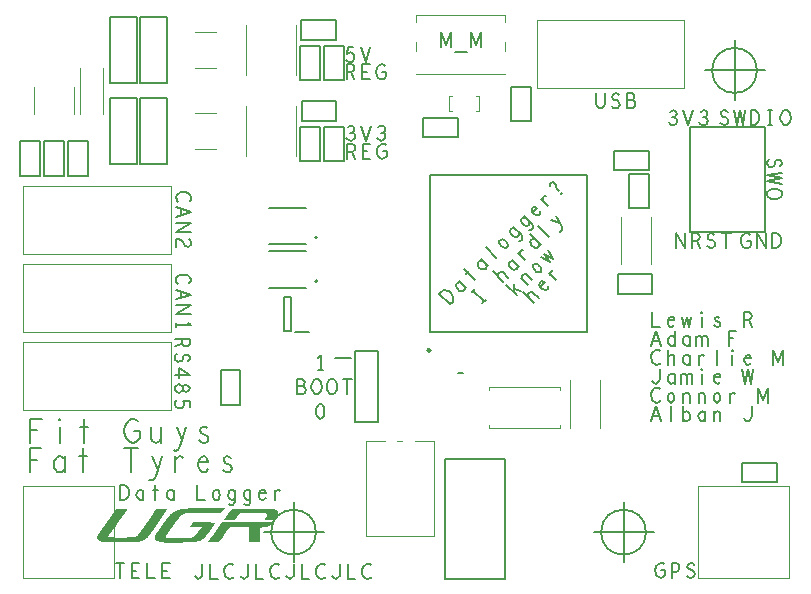
<source format=gto>
G04 ================== begin FILE IDENTIFICATION RECORD ==================*
G04 Layout Name:  C:/Users/adamf/Desktop/TDP4/PCB_fix_silkscreen/datalogger.brd*
G04 Film Name:    TOP_SILKSCREEN*
G04 File Format:  Gerber RS274X*
G04 File Origin:  Cadence Allegro -unreleased*
G04 Origin Date:  Tue Mar 23 20:19:09 2021*
G04 *
G04 Layer:  USER PART NUMBER/SILKSCREEN_TOP*
G04 Layer:  TOLERANCE/SILKSCREEN_TOP*
G04 Layer:  REF DES/SILKSCREEN_TOP*
G04 Layer:  PACKAGE GEOMETRY/SILKSCREEN_TOP*
G04 Layer:  DEVICE TYPE/SILKSCREEN_TOP*
G04 Layer:  COMPONENT VALUE/SILKSCREEN_TOP*
G04 Layer:  BOARD GEOMETRY/SILKSCREEN_TOP*
G04 *
G04 Offset:    (0.00 0.00)*
G04 Mirror:    No*
G04 Mode:      Positive*
G04 Rotation:  0*
G04 FullContactRelief:  No*
G04 UndefLineWidth:     6.00*
G04 ================== end FILE IDENTIFICATION RECORD ====================*
%FSLAX25Y25*MOIN*%
%IR0*IPPOS*OFA0.00000B0.00000*MIA0B0*SFA1.00000B1.00000*%
%ADD10C,.005*%
%ADD11C,.006*%
%ADD12C,.00472*%
%ADD13C,.00984*%
%ADD14C,.00787*%
G75*
%LPD*%
G75*
G36*
G01X-103509Y-76124D02*
G03X-103628Y-76091I-302J-858D01*
G03X-103751Y-76074I-187J-902D01*
G03X-103860Y-76077I-39J-547D01*
G02X-104023Y-76092I-294J2298D01*
G02X-104471Y-76116I-4838J86124D01*
G02X-105006Y-76142I-3857J73850D01*
G02X-105592Y-76166I-4672J106916D01*
G01X-107078Y-76224D01*
X-107902Y-77387D01*
G02X-108577Y-78335I-405684J288143D01*
G02X-109297Y-79343I-520667J371144D01*
G02X-110071Y-80423I-595381J425873D01*
G01X-110911Y-81589D01*
G03X-112381Y-83646I252177J-181767D01*
G03X-113020Y-84614I14383J-10189D01*
G03X-113334Y-85222I3957J-2428D01*
G03X-113430Y-85692I1102J-470D01*
G03X-113406Y-85966I1567J-1D01*
G03X-113334Y-86193I889J157D01*
G03X-113206Y-86390I788J372D01*
G03X-113016Y-86572I1033J888D01*
G03X-112221Y-86982I1461J1858D01*
G03X-111086Y-87206I1800J6133D01*
G03X-109246Y-87316I2143J20402D01*
G03X-105675Y-87342I3555J242979D01*
G03X-102688Y-87332I21J439958D01*
G03X-101161Y-87290I-227J36020D01*
G03X-100163Y-87199I-594J12034D01*
G03X-99322Y-87030I-857J6441D01*
G03X-97992Y-86597I-3678J13556D01*
G03X-97127Y-86124I-1288J3382D01*
G03X-96392Y-85417I-2377J3206D01*
G03X-95478Y-84183I-15006J12070D01*
G02X-95162Y-83721I89586J-60936D01*
G01X-94562Y-82851D01*
X-93858Y-81830D01*
X-93126Y-80771D01*
G03X-92404Y-79721I-188823J130611D01*
G03X-91727Y-78725I-151031J103387D01*
G03X-91162Y-77880I-147775J99420D01*
G03X-90901Y-77471I-9580J6401D01*
G02X-90722Y-77180I21799J-13208D01*
G02X-90529Y-76876I26729J-16756D01*
G02X-90351Y-76601I23998J-15338D01*
G02X-90222Y-76411I5907J-3872D01*
G01X-89960Y-76040D01*
X-93713D01*
X-94511Y-77319D01*
G02X-94893Y-77915I-25007J15607D01*
G02X-95388Y-78658I-61765J40613D01*
G02X-95910Y-79421I-63894J43153D01*
G02X-96377Y-80082I-37472J25979D01*
G03X-96873Y-80776I146480J-105213D01*
G03X-97488Y-81641I348712J-248580D01*
G03X-98116Y-82530I360934J-255634D01*
G03X-98658Y-83303I204773J-144156D01*
G02X-99902Y-84978I-30125J21074D01*
G02X-100607Y-85488I-1247J981D01*
G02X-101591Y-85668I-1025J2821D01*
G02X-105238Y-85692I-3602J270304D01*
G02X-107589Y-85684I-105J314728D01*
G02X-108912Y-85649I287J35854D01*
G02X-109779Y-85598I1288J29296D01*
G02X-109882Y-85486I9J111D01*
G02X-109848Y-85358I256J0D01*
G02X-109642Y-85013I10910J-6280D01*
G02X-109378Y-84608I8954J-5548D01*
G02X-109064Y-84166I13619J-9343D01*
G01X-107299Y-81768D01*
G02X-105732Y-79646I1106071J-815143D01*
G01X-104452Y-77919D01*
G02X-103847Y-77116I60522J-44969D01*
G03X-103568Y-76730I-7374J5624D01*
G03X-103416Y-76460I-1478J1010D01*
G03X-103365Y-76276I-541J249D01*
G03X-103416Y-76170I-111J12D01*
G03X-103509Y-76124I-251J-391D01*
G37*
G36*
G01X-70626Y-75875D02*
X-76807Y-75897D01*
G03X-82243Y-75957I1384J-371694D01*
G03X-84903Y-76140I481J-26419D01*
G03X-86630Y-76530I1019J-8530D01*
G03X-88142Y-77255I2221J-6572D01*
G03X-88892Y-77862I2317J-3629D01*
G03X-89695Y-78774I7586J-7489D01*
G03X-90918Y-80414I34444J-26962D01*
G03X-93712Y-84369I825626J-586226D01*
G03X-94057Y-84951I3537J-2490D01*
G03X-94253Y-85507I2265J-1111D01*
G03X-94291Y-85994I1661J-375D01*
G03X-94164Y-86371I774J51D01*
G03X-93893Y-86624I666J442D01*
G03X-93374Y-86874I2083J3662D01*
G03X-92703Y-87097I2160J5379D01*
G03X-91927Y-87267I2348J8863D01*
G03X-91180Y-87349I1025J5894D01*
G03X-89886Y-87392I2209J46989D01*
G03X-88163Y-87404I1369J72847D01*
G03X-85920Y-87382I-895J205632D01*
G03X-81145Y-87219I-1948J127080D01*
G03X-79067Y-86767I-349J6607D01*
G03X-77579Y-85724I-1427J3619D01*
G03X-75727Y-83361I-19249J16994D01*
G03X-75063Y-82397I-133404J92599D01*
G03X-74504Y-81568I-71687J48942D01*
G03X-74017Y-80836I-312745J208598D01*
G03X-73995Y-80763I-110J73D01*
G03X-74036Y-80721I-42J0D01*
G03X-75082Y-80690I-10790J-346408D01*
G03X-76277Y-80667I-1926J-69007D01*
G03X-77696Y-80660I-1384J-136638D01*
G01X-81398D01*
X-81986Y-81378D01*
G03X-82212Y-81661I10314J-8468D01*
G03X-82402Y-81917I6357J-4917D01*
G03X-82554Y-82135I9301J-6647D01*
G03X-82575Y-82203I100J-68D01*
G03X-82535Y-82246I43J0D01*
G03X-81992Y-82279I3212J48368D01*
G03X-81351Y-82302I1006J19085D01*
G03X-80590Y-82310I777J37745D01*
G01X-78605D01*
X-79778Y-83836D01*
G02X-80260Y-84435I-14044J10808D01*
G02X-80737Y-84973I-10359J8704D01*
G02X-81157Y-85401I-9291J8697D01*
G02X-81392Y-85561I-574J590D01*
G02X-82112Y-85722I-748J1656D01*
G02X-86068Y-85768I-8194J534555D01*
G02X-90092Y-85789I-5749J716007D01*
G02X-90625Y-85635I-3J990D01*
G02X-90682Y-85432I84J133D01*
G02X-90380Y-84908I4398J-2186D01*
G02X-89684Y-83901I23553J-15535D01*
G02X-87442Y-80814I1282802J-929305D01*
G02X-85640Y-78537I29118J-21192D01*
G02X-84443Y-77716I2142J-1840D01*
G02X-82769Y-77411I1779J-5016D01*
G02X-77712Y-77360I5078J-252797D01*
G01X-72084D01*
X-71355Y-76618D01*
X-70626Y-75875D01*
G37*
G36*
G01X-54650Y-80660D02*
X-71813D01*
X-73833Y-83506D01*
X-74630Y-84630D01*
X-75352Y-85650D01*
X-75957Y-86506D01*
G03X-76166Y-86806I29029J-20446D01*
G01X-76480Y-87260D01*
X-72857D01*
X-71646Y-85486D01*
G02X-71141Y-84750I123555J-84235D01*
G02X-70624Y-84006I130619J-90215D01*
G02X-70163Y-83352I116241J-81448D01*
G02X-69864Y-82939I20391J-14448D01*
G01X-69292Y-82165D01*
X-66034Y-82155D01*
X-62775Y-82145D01*
Y-87260D01*
X-59145D01*
Y-82358D01*
X-57869Y-82251D01*
G03X-56875Y-82100I-651J7632D01*
G03X-55999Y-81828I-1135J5201D01*
G03X-55310Y-81462I-1490J3637D01*
G03X-54887Y-81031I-812J1220D01*
G01X-54650Y-80660D01*
G37*
G36*
G01X-54447Y-76229D02*
G03X-55715Y-76160I-2679J-37547D01*
G03X-57733Y-76109I-2931J-76038D01*
G03X-61462Y-76075I-8847J-765773D01*
G01X-68481Y-76027D01*
X-69815Y-77890D01*
X-71149Y-79752D01*
X-69413Y-79800D01*
X-67676Y-79847D01*
X-67203Y-79305D01*
G03X-66986Y-79047I-7191J6268D01*
G03X-66722Y-78716I-18262J14836D01*
G03X-66456Y-78369I-19282J15057D01*
G03X-66230Y-78061I-11435J8628D01*
G01X-65729Y-77360D01*
X-61967D01*
G02X-59538Y-77383I-23J-130685D01*
G02X-58206Y-77472I-247J-13706D01*
G02X-57377Y-77647I-535J-4584D01*
G02X-56843Y-77957I-408J-1318D01*
G02X-56743Y-78109I-266J-284D01*
G02X-56738Y-78273I-247J-90D01*
G02X-56843Y-78502I-853J252D01*
G02X-57132Y-78930I-10499J6778D01*
G03X-57334Y-79223I15994J-11243D01*
G03X-57505Y-79482I9366J-6370D01*
G03X-57645Y-79705I17602J-11206D01*
G03X-57660Y-79757I84J-52D01*
G03X-57630Y-79789I32J0D01*
G03X-57132Y-79812I3409J68413D01*
G03X-56552Y-79829I920J21485D01*
G03X-55862Y-79835I715J42597D01*
G01X-54064D01*
X-53552Y-79037D01*
G03X-53356Y-78704I-4332J2774D01*
G03X-53190Y-78366I-4108J2227D01*
G03X-53072Y-78065I-3669J1612D01*
G03X-53040Y-77874I-550J190D01*
G03X-53110Y-77443I-1365J-1D01*
G03X-53316Y-77003I-1982J-660D01*
G03X-53619Y-76621I-1789J-1108D01*
G03X-53976Y-76361I-1006J-1006D01*
G03X-54447Y-76229I-560J-1093D01*
G37*
G54D10*
G01X-43998Y-2502D02*
X-56202D01*
G01X-43998Y9702D02*
X-56202D01*
G01X-43998Y12098D02*
X-56202D01*
G01X-43998Y24302D02*
X-56202D01*
G01X6866Y-30838D02*
X8440D01*
G54D11*
G01X-136000Y-64000D02*
Y-56000D01*
X-132200D01*
G01X-133600Y-59867D02*
X-136000D01*
G01X-124300Y-64000D02*
Y-58667D01*
G01Y-59600D02*
X-124700Y-59067D01*
X-125300Y-58800D01*
X-126000Y-58667D01*
X-126700Y-58933D01*
X-127300Y-59467D01*
X-127700Y-60267D01*
X-127900Y-61333D01*
X-127700Y-62400D01*
X-127300Y-63200D01*
X-126700Y-63733D01*
X-126000Y-64000D01*
X-125300Y-63867D01*
X-124700Y-63467D01*
X-124300Y-62934D01*
G01X-118100Y-56000D02*
Y-64000D01*
G01X-119500Y-58667D02*
X-116700D01*
G01X-102100Y-56000D02*
Y-64000D01*
G01X-104400Y-56000D02*
X-99800D01*
G01X-96200Y-66400D02*
X-95600Y-66667D01*
X-94800Y-66400D01*
X-94300Y-65867D01*
X-93900Y-65200D01*
X-93300Y-63067D01*
X-92000Y-58667D01*
G01X-95200D02*
X-93300Y-63067D01*
G01X-87500Y-64000D02*
Y-58667D01*
G01Y-59733D02*
X-87000Y-59200D01*
X-86500Y-58800D01*
X-85800Y-58667D01*
X-85300Y-58800D01*
X-84700Y-59200D01*
G01X-79600Y-60400D02*
X-76400D01*
X-76700Y-59467D01*
X-77200Y-58933D01*
X-77900Y-58667D01*
X-78600Y-58800D01*
X-79200Y-59200D01*
X-79600Y-60133D01*
X-79800Y-60934D01*
Y-61733D01*
X-79600Y-62533D01*
X-79100Y-63333D01*
X-78500Y-63867D01*
X-77800Y-64000D01*
X-77100Y-63733D01*
X-76400Y-62934D01*
G01X-71600Y-63067D02*
X-71100Y-63600D01*
X-70400Y-64000D01*
X-69800D01*
X-69200Y-63733D01*
X-68800Y-63333D01*
X-68600Y-62800D01*
X-68700Y-62000D01*
X-69100Y-61600D01*
X-70900Y-60800D01*
X-71300Y-59867D01*
X-71100Y-59200D01*
X-70700Y-58800D01*
X-70100Y-58667D01*
X-69500Y-58800D01*
X-68900Y-59200D01*
G01X-135800Y-54100D02*
Y-46100D01*
X-132000D01*
G01X-133400Y-49967D02*
X-135800D01*
G01X-125900Y-48767D02*
Y-54100D01*
G01Y-46633D02*
X-126100Y-46500D01*
Y-46233D01*
X-125900Y-46100D01*
X-125700Y-46233D01*
Y-46500D01*
X-125900Y-46633D01*
G01X-117900Y-46100D02*
Y-54100D01*
G01X-119300Y-48767D02*
X-116500D01*
G01X-101300Y-50100D02*
X-99300D01*
Y-52500D01*
X-99900Y-53300D01*
X-100600Y-53833D01*
X-101600Y-54100D01*
X-102600Y-53833D01*
X-103300Y-53300D01*
X-103900Y-52500D01*
X-104300Y-51567D01*
X-104500Y-50500D01*
Y-49567D01*
X-104300Y-48767D01*
X-103900Y-47833D01*
X-103300Y-47033D01*
X-102700Y-46500D01*
X-101900Y-46100D01*
X-101200D01*
X-100400Y-46367D01*
X-99800Y-46900D01*
G01X-95600Y-48767D02*
Y-52500D01*
X-95200Y-53433D01*
X-94600Y-53967D01*
X-93900Y-54100D01*
X-93200Y-53967D01*
X-92600Y-53433D01*
X-92200Y-52500D01*
G01Y-54100D02*
Y-48767D01*
G01X-88000Y-56500D02*
X-87400Y-56767D01*
X-86600Y-56500D01*
X-86100Y-55967D01*
X-85700Y-55300D01*
X-85100Y-53167D01*
X-83800Y-48767D01*
G01X-87000D02*
X-85100Y-53167D01*
G01X-79400D02*
X-78900Y-53700D01*
X-78200Y-54100D01*
X-77600D01*
X-77000Y-53833D01*
X-76600Y-53433D01*
X-76400Y-52900D01*
X-76500Y-52100D01*
X-76900Y-51700D01*
X-78700Y-50900D01*
X-79100Y-49967D01*
X-78900Y-49300D01*
X-78500Y-48900D01*
X-77900Y-48767D01*
X-77300Y-48900D01*
X-76700Y-49300D01*
G01X-105800Y-94300D02*
Y-99300D01*
G01X-107257Y-94300D02*
X-104343D01*
G01X-99433Y-99300D02*
X-101967D01*
Y-94300D01*
X-99433D01*
G01X-100447Y-96717D02*
X-101967D01*
G01X-96867Y-94300D02*
Y-99300D01*
X-94333D01*
G01X-89233D02*
X-91767D01*
Y-94300D01*
X-89233D01*
G01X-90247Y-96717D02*
X-91767D01*
G01X-105693Y-73100D02*
Y-68100D01*
X-104427D01*
X-103920Y-68350D01*
X-103540Y-68683D01*
X-103223Y-69183D01*
X-102970Y-69767D01*
X-102907Y-70600D01*
X-102970Y-71433D01*
X-103223Y-72017D01*
X-103540Y-72517D01*
X-103920Y-72850D01*
X-104427Y-73100D01*
X-105693D01*
G01X-98060D02*
Y-69767D01*
G01Y-70350D02*
X-98313Y-70017D01*
X-98693Y-69850D01*
X-99137Y-69767D01*
X-99580Y-69933D01*
X-99960Y-70267D01*
X-100213Y-70767D01*
X-100340Y-71433D01*
X-100213Y-72100D01*
X-99960Y-72600D01*
X-99580Y-72933D01*
X-99137Y-73100D01*
X-98693Y-73017D01*
X-98313Y-72767D01*
X-98060Y-72433D01*
G01X-94100Y-68100D02*
Y-73100D01*
G01X-94987Y-69767D02*
X-93213D01*
G01X-87860Y-73100D02*
Y-69767D01*
G01Y-70350D02*
X-88113Y-70017D01*
X-88493Y-69850D01*
X-88937Y-69767D01*
X-89380Y-69933D01*
X-89760Y-70267D01*
X-90013Y-70767D01*
X-90140Y-71433D01*
X-90013Y-72100D01*
X-89760Y-72600D01*
X-89380Y-72933D01*
X-88937Y-73100D01*
X-88493Y-73017D01*
X-88113Y-72767D01*
X-87860Y-72433D01*
G01X-80067Y-68100D02*
Y-73100D01*
X-77533D01*
G01X-73700D02*
X-74080Y-73017D01*
X-74460Y-72683D01*
X-74713Y-72100D01*
X-74840Y-71433D01*
X-74713Y-70767D01*
X-74460Y-70183D01*
X-74080Y-69850D01*
X-73700Y-69767D01*
X-73320Y-69850D01*
X-72940Y-70183D01*
X-72687Y-70767D01*
X-72623Y-71433D01*
X-72687Y-72100D01*
X-72940Y-72683D01*
X-73320Y-73017D01*
X-73700Y-73100D01*
G01X-69487Y-74350D02*
X-69043Y-74683D01*
X-68537Y-74767D01*
X-68093Y-74683D01*
X-67713Y-74267D01*
X-67460Y-73683D01*
Y-69767D01*
G01Y-70433D02*
X-67713Y-70100D01*
X-68093Y-69850D01*
X-68537Y-69767D01*
X-69043Y-69933D01*
X-69360Y-70267D01*
X-69613Y-70850D01*
X-69740Y-71433D01*
X-69677Y-71933D01*
X-69423Y-72517D01*
X-69043Y-72933D01*
X-68537Y-73100D01*
X-68157Y-73017D01*
X-67713Y-72683D01*
X-67460Y-72350D01*
G01X-64387Y-74350D02*
X-63943Y-74683D01*
X-63437Y-74767D01*
X-62993Y-74683D01*
X-62613Y-74267D01*
X-62360Y-73683D01*
Y-69767D01*
G01Y-70433D02*
X-62613Y-70100D01*
X-62993Y-69850D01*
X-63437Y-69767D01*
X-63943Y-69933D01*
X-64260Y-70267D01*
X-64513Y-70850D01*
X-64640Y-71433D01*
X-64577Y-71933D01*
X-64323Y-72517D01*
X-63943Y-72933D01*
X-63437Y-73100D01*
X-63057Y-73017D01*
X-62613Y-72683D01*
X-62360Y-72350D01*
G01X-59350Y-70850D02*
X-57323D01*
X-57513Y-70267D01*
X-57830Y-69933D01*
X-58273Y-69767D01*
X-58717Y-69850D01*
X-59097Y-70100D01*
X-59350Y-70683D01*
X-59477Y-71183D01*
Y-71683D01*
X-59350Y-72183D01*
X-59033Y-72683D01*
X-58653Y-73017D01*
X-58210Y-73100D01*
X-57767Y-72933D01*
X-57323Y-72433D01*
G01X-54187Y-73100D02*
Y-69767D01*
G01Y-70433D02*
X-53870Y-70100D01*
X-53553Y-69850D01*
X-53110Y-69767D01*
X-52793Y-69850D01*
X-52413Y-70100D01*
G01X-87600Y-19433D02*
X-82600D01*
Y-21017D01*
X-82850Y-21523D01*
X-83183Y-21840D01*
X-83850Y-21967D01*
X-84517Y-21840D01*
X-84933Y-21460D01*
X-85183Y-21017D01*
Y-19433D01*
G01Y-21017D02*
X-87600Y-21967D01*
G01X-86933Y-24470D02*
X-87350Y-24977D01*
X-87600Y-25547D01*
Y-26053D01*
X-87350Y-26560D01*
X-86933Y-26940D01*
X-86350Y-27130D01*
X-85767Y-27003D01*
X-85267Y-26687D01*
X-84933Y-26117D01*
X-84767Y-25357D01*
X-84433Y-24913D01*
X-83850Y-24723D01*
X-83267Y-24850D01*
X-82850Y-25167D01*
X-82600Y-25610D01*
Y-26053D01*
X-82767Y-26497D01*
X-83183Y-26877D01*
G01X-87600Y-31660D02*
X-82600D01*
X-86183Y-29317D01*
Y-32483D01*
G01X-87600Y-36000D02*
X-87517Y-36443D01*
X-87267Y-36950D01*
X-86850Y-37267D01*
X-86267Y-37393D01*
X-85683Y-37267D01*
X-85183Y-36887D01*
X-84933Y-36317D01*
Y-35683D01*
X-84767Y-35303D01*
X-84350Y-34987D01*
X-83767Y-34860D01*
X-83183Y-35050D01*
X-82767Y-35493D01*
X-82600Y-36000D01*
X-82767Y-36507D01*
X-83183Y-36950D01*
X-83767Y-37140D01*
X-84350Y-37013D01*
X-84767Y-36697D01*
X-84933Y-36317D01*
Y-35683D01*
X-85183Y-35113D01*
X-85683Y-34733D01*
X-86267Y-34607D01*
X-86850Y-34733D01*
X-87267Y-35050D01*
X-87517Y-35557D01*
X-87600Y-36000D01*
G01X-86850Y-39707D02*
X-87267Y-40087D01*
X-87517Y-40530D01*
X-87600Y-41100D01*
X-87433Y-41670D01*
X-87100Y-42113D01*
X-86517Y-42430D01*
X-85850Y-42493D01*
X-85183Y-42367D01*
X-84767Y-42050D01*
X-84433Y-41607D01*
X-84350Y-41163D01*
X-84433Y-40720D01*
X-84767Y-40150D01*
X-82600Y-40340D01*
Y-42050D01*
G01X-82717Y-993D02*
X-82467Y-613D01*
X-82300Y-170D01*
Y337D01*
X-82550Y907D01*
X-82967Y1350D01*
X-83467Y1667D01*
X-84300Y1920D01*
X-85050Y1983D01*
X-85800Y1857D01*
X-86300Y1667D01*
X-86800Y1287D01*
X-87133Y843D01*
X-87300Y400D01*
Y-43D01*
X-87133Y-487D01*
X-86883Y-867D01*
X-86550Y-1183D01*
G01X-87300Y-3117D02*
X-82300Y-4700D01*
X-87300Y-6283D01*
G01X-85550Y-5713D02*
Y-3687D01*
G01X-87300Y-8343D02*
X-82300D01*
X-87300Y-11257D01*
X-82300D01*
G01X-87300Y-14900D02*
X-82300D01*
X-83300Y-14140D01*
G01X-87300D02*
Y-15660D01*
G01X-82517Y26507D02*
X-82267Y26887D01*
X-82100Y27330D01*
Y27837D01*
X-82350Y28407D01*
X-82767Y28850D01*
X-83267Y29167D01*
X-84100Y29420D01*
X-84850Y29483D01*
X-85600Y29357D01*
X-86100Y29167D01*
X-86600Y28787D01*
X-86933Y28343D01*
X-87100Y27900D01*
Y27457D01*
X-86933Y27013D01*
X-86683Y26633D01*
X-86350Y26317D01*
G01X-87100Y24383D02*
X-82100Y22800D01*
X-87100Y21217D01*
G01X-85350Y21787D02*
Y23813D01*
G01X-87100Y19157D02*
X-82100D01*
X-87100Y16243D01*
X-82100D01*
G01X-82933Y13803D02*
X-82433Y13423D01*
X-82183Y12980D01*
X-82100Y12473D01*
X-82267Y11840D01*
X-82683Y11397D01*
X-83183Y11270D01*
X-83683Y11333D01*
X-84100Y11587D01*
X-84933Y12853D01*
X-85517Y13423D01*
X-86350Y13803D01*
X-87100Y13930D01*
Y11270D01*
G01X-80967Y-98500D02*
X-80650Y-99000D01*
X-80270Y-99333D01*
X-79827Y-99500D01*
X-79320Y-99333D01*
X-78940Y-99000D01*
X-78560Y-98500D01*
X-78433Y-97833D01*
Y-94500D01*
G01X-75867D02*
Y-99500D01*
X-73333D01*
G01X-68107Y-94917D02*
X-68487Y-94667D01*
X-68930Y-94500D01*
X-69437D01*
X-70007Y-94750D01*
X-70450Y-95167D01*
X-70767Y-95667D01*
X-71020Y-96500D01*
X-71083Y-97250D01*
X-70957Y-98000D01*
X-70767Y-98500D01*
X-70387Y-99000D01*
X-69943Y-99333D01*
X-69500Y-99500D01*
X-69057D01*
X-68613Y-99333D01*
X-68233Y-99083D01*
X-67917Y-98750D01*
G01X-65667Y-98500D02*
X-65350Y-99000D01*
X-64970Y-99333D01*
X-64527Y-99500D01*
X-64020Y-99333D01*
X-63640Y-99000D01*
X-63260Y-98500D01*
X-63133Y-97833D01*
Y-94500D01*
G01X-60567D02*
Y-99500D01*
X-58033D01*
G01X-52807Y-94917D02*
X-53187Y-94667D01*
X-53630Y-94500D01*
X-54137D01*
X-54707Y-94750D01*
X-55150Y-95167D01*
X-55467Y-95667D01*
X-55720Y-96500D01*
X-55783Y-97250D01*
X-55657Y-98000D01*
X-55467Y-98500D01*
X-55087Y-99000D01*
X-54643Y-99333D01*
X-54200Y-99500D01*
X-53757D01*
X-53313Y-99333D01*
X-52933Y-99083D01*
X-52617Y-98750D01*
G01X-50367Y-98500D02*
X-50050Y-99000D01*
X-49670Y-99333D01*
X-49227Y-99500D01*
X-48720Y-99333D01*
X-48340Y-99000D01*
X-47960Y-98500D01*
X-47833Y-97833D01*
Y-94500D01*
G01X-45267D02*
Y-99500D01*
X-42733D01*
G01X-37507Y-94917D02*
X-37887Y-94667D01*
X-38330Y-94500D01*
X-38837D01*
X-39407Y-94750D01*
X-39850Y-95167D01*
X-40167Y-95667D01*
X-40420Y-96500D01*
X-40483Y-97250D01*
X-40357Y-98000D01*
X-40167Y-98500D01*
X-39787Y-99000D01*
X-39343Y-99333D01*
X-38900Y-99500D01*
X-38457D01*
X-38013Y-99333D01*
X-37633Y-99083D01*
X-37317Y-98750D01*
G01X-35067Y-98500D02*
X-34750Y-99000D01*
X-34370Y-99333D01*
X-33927Y-99500D01*
X-33420Y-99333D01*
X-33040Y-99000D01*
X-32660Y-98500D01*
X-32533Y-97833D01*
Y-94500D01*
G01X-29967D02*
Y-99500D01*
X-27433D01*
G01X-22207Y-94917D02*
X-22587Y-94667D01*
X-23030Y-94500D01*
X-23537D01*
X-24107Y-94750D01*
X-24550Y-95167D01*
X-24867Y-95667D01*
X-25120Y-96500D01*
X-25183Y-97250D01*
X-25057Y-98000D01*
X-24867Y-98500D01*
X-24487Y-99000D01*
X-24043Y-99333D01*
X-23600Y-99500D01*
X-23157D01*
X-22713Y-99333D01*
X-22333Y-99083D01*
X-22017Y-98750D01*
G01X-40500Y-83900D02*
G03I-7500J0D01*
G01X-58000D02*
X-38000D01*
G01X-48000Y-73900D02*
Y-93900D01*
G01X-39100Y-41100D02*
X-39607Y-41267D01*
X-39987Y-41683D01*
X-40240Y-42183D01*
X-40430Y-42850D01*
X-40493Y-43600D01*
X-40430Y-44350D01*
X-40240Y-45017D01*
X-39987Y-45517D01*
X-39607Y-45933D01*
X-39100Y-46100D01*
X-38593Y-45933D01*
X-38213Y-45517D01*
X-37960Y-45017D01*
X-37770Y-44350D01*
X-37707Y-43600D01*
X-37770Y-42850D01*
X-37960Y-42183D01*
X-38213Y-41683D01*
X-38593Y-41267D01*
X-39100Y-41100D01*
G01X-44893Y-35233D02*
X-44640Y-34983D01*
X-44450Y-34567D01*
X-44323Y-33983D01*
X-44450Y-33483D01*
X-44703Y-33150D01*
X-45147Y-32900D01*
X-46857D01*
Y-37900D01*
X-44767D01*
X-44323Y-37567D01*
X-44070Y-37067D01*
X-43943Y-36483D01*
X-44070Y-35900D01*
X-44450Y-35400D01*
X-44893Y-35233D01*
X-46857D01*
G01X-40300Y-37900D02*
X-40807Y-37817D01*
X-41250Y-37483D01*
X-41630Y-36983D01*
X-41883Y-36400D01*
X-42010Y-35733D01*
Y-35067D01*
X-41883Y-34400D01*
X-41630Y-33817D01*
X-41250Y-33317D01*
X-40807Y-32983D01*
X-40300Y-32900D01*
X-39793Y-32983D01*
X-39350Y-33317D01*
X-38970Y-33817D01*
X-38717Y-34400D01*
X-38590Y-35067D01*
Y-35733D01*
X-38717Y-36400D01*
X-38970Y-36983D01*
X-39350Y-37483D01*
X-39793Y-37817D01*
X-40300Y-37900D01*
G01X-35200D02*
X-35707Y-37817D01*
X-36150Y-37483D01*
X-36530Y-36983D01*
X-36783Y-36400D01*
X-36910Y-35733D01*
Y-35067D01*
X-36783Y-34400D01*
X-36530Y-33817D01*
X-36150Y-33317D01*
X-35707Y-32983D01*
X-35200Y-32900D01*
X-34693Y-32983D01*
X-34250Y-33317D01*
X-33870Y-33817D01*
X-33617Y-34400D01*
X-33490Y-35067D01*
Y-35733D01*
X-33617Y-36400D01*
X-33870Y-36983D01*
X-34250Y-37483D01*
X-34693Y-37817D01*
X-35200Y-37900D01*
G01X-30100Y-32900D02*
Y-37900D01*
G01X-31557Y-32900D02*
X-28643D01*
G01X-39000Y-29800D02*
Y-24800D01*
X-39760Y-25800D01*
G01Y-29800D02*
X-38240D01*
G01X-30067Y40500D02*
Y45500D01*
X-28483D01*
X-27977Y45250D01*
X-27660Y44917D01*
X-27533Y44250D01*
X-27660Y43583D01*
X-28040Y43167D01*
X-28483Y42917D01*
X-30067D01*
G01X-28483D02*
X-27533Y40500D01*
G01X-22433D02*
X-24967D01*
Y45500D01*
X-22433D01*
G01X-23447Y43083D02*
X-24967D01*
G01X-18220Y43000D02*
X-16953D01*
Y41500D01*
X-17333Y41000D01*
X-17777Y40667D01*
X-18410Y40500D01*
X-19043Y40667D01*
X-19487Y41000D01*
X-19867Y41500D01*
X-20120Y42083D01*
X-20247Y42750D01*
Y43333D01*
X-20120Y43833D01*
X-19867Y44417D01*
X-19487Y44917D01*
X-19107Y45250D01*
X-18600Y45500D01*
X-18157D01*
X-17650Y45333D01*
X-17270Y45000D01*
G01X-30393Y47600D02*
X-30013Y47017D01*
X-29507Y46683D01*
X-28937Y46600D01*
X-28430Y46683D01*
X-27923Y47100D01*
X-27607Y47600D01*
X-27543Y48100D01*
X-27670Y48683D01*
X-28113Y49100D01*
X-28557Y49267D01*
X-29127D01*
G01X-28557D02*
X-28177Y49517D01*
X-27860Y49933D01*
X-27733Y50433D01*
X-27860Y50933D01*
X-28177Y51350D01*
X-28747Y51600D01*
X-29317Y51517D01*
X-29887Y51183D01*
G01X-25483Y51600D02*
X-23900Y46600D01*
X-22317Y51600D01*
G01X-20193Y47600D02*
X-19813Y47017D01*
X-19307Y46683D01*
X-18737Y46600D01*
X-18230Y46683D01*
X-17723Y47100D01*
X-17407Y47600D01*
X-17343Y48100D01*
X-17470Y48683D01*
X-17913Y49100D01*
X-18357Y49267D01*
X-18927D01*
G01X-18357D02*
X-17977Y49517D01*
X-17660Y49933D01*
X-17533Y50433D01*
X-17660Y50933D01*
X-17977Y51350D01*
X-18547Y51600D01*
X-19117Y51517D01*
X-19687Y51183D01*
G01X-30493Y73550D02*
X-30113Y73133D01*
X-29670Y72883D01*
X-29100Y72800D01*
X-28530Y72967D01*
X-28087Y73300D01*
X-27770Y73883D01*
X-27707Y74550D01*
X-27833Y75217D01*
X-28150Y75633D01*
X-28593Y75967D01*
X-29037Y76050D01*
X-29480Y75967D01*
X-30050Y75633D01*
X-29860Y77800D01*
X-28150D01*
G01X-25583D02*
X-24000Y72800D01*
X-22417Y77800D01*
G01X-30267Y67000D02*
Y72000D01*
X-28683D01*
X-28177Y71750D01*
X-27860Y71417D01*
X-27733Y70750D01*
X-27860Y70083D01*
X-28240Y69667D01*
X-28683Y69417D01*
X-30267D01*
G01X-28683D02*
X-27733Y67000D01*
G01X-22633D02*
X-25167D01*
Y72000D01*
X-22633D01*
G01X-23647Y69583D02*
X-25167D01*
G01X-18420Y69500D02*
X-17153D01*
Y68000D01*
X-17533Y67500D01*
X-17977Y67167D01*
X-18610Y67000D01*
X-19243Y67167D01*
X-19687Y67500D01*
X-20067Y68000D01*
X-20320Y68583D01*
X-20447Y69250D01*
Y69833D01*
X-20320Y70333D01*
X-20067Y70917D01*
X-19687Y71417D01*
X-19307Y71750D01*
X-18800Y72000D01*
X-18357D01*
X-17850Y71833D01*
X-17470Y71500D01*
G01X2400Y-99500D02*
X22400D01*
Y-59500D01*
X2400D01*
Y-99500D01*
G01X32177Y-7353D02*
X28642Y-3817D01*
G01X30350Y-5526D02*
X30280Y-5008D01*
X30327Y-4607D01*
X30626Y-4190D01*
X30954Y-3980D01*
X31503Y-3902D01*
X31991Y-4121D01*
X33700Y-5830D01*
G01X34282Y-2066D02*
X35715Y-633D01*
X35168Y-355D01*
X34708Y-343D01*
X34277Y-539D01*
X34023Y-911D01*
X33931Y-1357D01*
X34164Y-1948D01*
X34428Y-2392D01*
X34781Y-2745D01*
X35225Y-3009D01*
X35802Y-3139D01*
X36306Y-3106D01*
X36679Y-2851D01*
X36875Y-2420D01*
X36835Y-1753D01*
G01X39524Y-6D02*
X37167Y2350D01*
G01X37638Y1879D02*
X37626Y2339D01*
X37673Y2739D01*
X37928Y3112D01*
X38211Y3277D01*
X38656Y3369D01*
G01X11438Y-4001D02*
X12512Y-2927D01*
G01X11975Y-3464D02*
X15510Y-7000D01*
G01X14973Y-7537D02*
X16048Y-6462D01*
G01X21961Y-549D02*
X18426Y2987D01*
G01X20134Y1278D02*
X20064Y1796D01*
X20111Y2197D01*
X20410Y2614D01*
X20738Y2824D01*
X21287Y2902D01*
X21775Y2683D01*
X23484Y974D01*
G01X27135Y4625D02*
X24778Y6982D01*
G01X25190Y6569D02*
X24775Y6626D01*
X24389Y6475D01*
X24016Y6220D01*
X23821Y5789D01*
X23788Y5285D01*
X23962Y4752D01*
X24344Y4191D01*
X24905Y3809D01*
X25438Y3635D01*
X25942Y3668D01*
X26373Y3863D01*
X26628Y4236D01*
X26720Y4681D01*
X26663Y5096D01*
G01X29308Y6798D02*
X26951Y9154D01*
G01X27422Y8683D02*
X27410Y9143D01*
X27457Y9543D01*
X27712Y9916D01*
X27995Y10081D01*
X28440Y10173D01*
G01X30811Y15372D02*
X34347Y11837D01*
G01X33816Y12367D02*
X33932Y11893D01*
X33840Y11448D01*
X33585Y11075D01*
X33109Y10835D01*
X32546Y10861D01*
X32013Y11035D01*
X31556Y11403D01*
X31188Y11860D01*
X31014Y12393D01*
X30988Y12956D01*
X31228Y13432D01*
X31601Y13687D01*
X31942Y13793D01*
X32402Y13781D01*
G01X37146Y14636D02*
X33611Y18172D01*
G01X40873Y16241D02*
X41259Y16392D01*
X41500Y16868D01*
X41488Y17328D01*
X41372Y17802D01*
X40698Y19013D01*
X39336Y21540D01*
G01X37903Y20107D02*
X40698Y19013D01*
G01X26416Y-5004D02*
X22881Y-1468D01*
G01X25492Y-1214D02*
X25414Y-4002D01*
G01X25466Y-2890D02*
X27939Y-3481D01*
G01X30022Y-1398D02*
X27665Y959D01*
G01X28254Y370D02*
X28139Y844D01*
X28172Y1348D01*
X28471Y1765D01*
X28844Y2020D01*
X29348Y2053D01*
X29895Y1775D01*
X31545Y125D01*
G01X34389Y2969D02*
X34062Y2760D01*
X33558Y2727D01*
X32966Y2960D01*
X32405Y3342D01*
X32023Y3903D01*
X31790Y4494D01*
X31823Y4999D01*
X32033Y5326D01*
X32360Y5536D01*
X32865Y5569D01*
X33456Y5336D01*
X33972Y4909D01*
X34399Y4393D01*
X34632Y3801D01*
X34599Y3297D01*
X34389Y2969D01*
G01X34519Y7813D02*
X37413Y5993D01*
X35639Y8932D01*
X38578Y7158D01*
X36758Y10052D01*
G01X4158Y-7942D02*
X623Y-4406D01*
X1518Y-3511D01*
X2053Y-3329D01*
X2558Y-3296D01*
X3135Y-3426D01*
X3727Y-3659D01*
X4361Y-4204D01*
X4905Y-4838D01*
X5139Y-5429D01*
X5269Y-6007D01*
X5235Y-6511D01*
X5054Y-7046D01*
X4158Y-7942D01*
G01X9556Y-2544D02*
X7199Y-187D01*
G01X7611Y-600D02*
X7196Y-543D01*
X6810Y-694D01*
X6437Y-949D01*
X6242Y-1380D01*
X6209Y-1884D01*
X6383Y-2417D01*
X6765Y-2978D01*
X7326Y-3360D01*
X7859Y-3534D01*
X8363Y-3501D01*
X8794Y-3306D01*
X9049Y-2933D01*
X9141Y-2488D01*
X9084Y-2073D01*
G01X8820Y3791D02*
X12355Y255D01*
G01X9372Y1985D02*
X10626Y3239D01*
G01X16768Y4668D02*
X14411Y7025D01*
G01X14823Y6612D02*
X14408Y6669D01*
X14022Y6518D01*
X13649Y6263D01*
X13454Y5832D01*
X13421Y5328D01*
X13595Y4795D01*
X13977Y4234D01*
X14538Y3852D01*
X15071Y3678D01*
X15575Y3711D01*
X16006Y3906D01*
X16261Y4279D01*
X16353Y4724D01*
X16296Y5139D01*
G01X19567Y7467D02*
X16032Y11003D01*
G01X23173Y11073D02*
X22846Y10864D01*
X22342Y10831D01*
X21750Y11064D01*
X21189Y11446D01*
X20807Y12007D01*
X20574Y12598D01*
X20607Y13103D01*
X20817Y13430D01*
X21144Y13640D01*
X21649Y13673D01*
X22240Y13440D01*
X22756Y13013D01*
X23183Y12497D01*
X23416Y11905D01*
X23383Y11401D01*
X23173Y11073D01*
G01X27036Y13169D02*
X27586Y13246D01*
X28003Y13546D01*
X28257Y13918D01*
X28231Y14481D01*
X27998Y15073D01*
X25229Y17843D01*
G01X25700Y17371D02*
X25285Y17428D01*
X24840Y17336D01*
X24467Y17081D01*
X24227Y16605D01*
X24239Y16146D01*
X24472Y15554D01*
X24795Y15052D01*
X25193Y14743D01*
X25785Y14510D01*
X26348Y14484D01*
X26824Y14724D01*
X27034Y15052D01*
X27112Y15601D01*
X27055Y16016D01*
G01X30642Y16775D02*
X31192Y16852D01*
X31609Y17152D01*
X31863Y17524D01*
X31837Y18087D01*
X31604Y18679D01*
X28835Y21449D01*
G01X29306Y20977D02*
X28891Y21034D01*
X28446Y20942D01*
X28073Y20687D01*
X27833Y20211D01*
X27845Y19752D01*
X28078Y19160D01*
X28401Y18658D01*
X28799Y18349D01*
X29391Y18116D01*
X29954Y18090D01*
X30430Y18330D01*
X30640Y18658D01*
X30718Y19207D01*
X30661Y19622D01*
G01X31729Y22811D02*
X33162Y24244D01*
X32615Y24522D01*
X32155Y24534D01*
X31724Y24338D01*
X31470Y23966D01*
X31378Y23520D01*
X31611Y22929D01*
X31875Y22485D01*
X32228Y22132D01*
X32672Y21868D01*
X33249Y21738D01*
X33753Y21771D01*
X34126Y22026D01*
X34322Y22457D01*
X34282Y23124D01*
G01X36971Y24871D02*
X34614Y27227D01*
G01X35085Y26756D02*
X35073Y27216D01*
X35120Y27616D01*
X35375Y27989D01*
X35658Y28154D01*
X36103Y28246D01*
G01X41321Y28986D02*
X41173Y28955D01*
X41055Y29073D01*
X41086Y29221D01*
X41234Y29252D01*
X41352Y29134D01*
X41321Y28986D01*
G01X40555Y29752D02*
X39671Y30636D01*
X39407Y31079D01*
X39351Y31493D01*
X39353Y31849D01*
X39193Y32278D01*
X38898Y32573D01*
X38514Y32778D01*
X38099Y32835D01*
X37668Y32639D01*
X37503Y32356D01*
X37456Y31955D01*
X37557Y31585D01*
G01X1053Y77700D02*
Y82700D01*
X2700Y78533D01*
X4347Y82700D01*
Y77700D01*
G01X5900Y76033D02*
X9700D01*
G01X11253Y77700D02*
Y82700D01*
X12900Y78533D01*
X14547Y82700D01*
Y77700D01*
G01X62000Y-73900D02*
Y-93900D01*
G01X69500Y-83900D02*
G03I-7500J0D01*
G01X52000D02*
X72000D01*
G01X52907Y62400D02*
Y58817D01*
X53160Y58067D01*
X53667Y57567D01*
X54300Y57400D01*
X54933Y57567D01*
X55440Y58067D01*
X55693Y58817D01*
Y62400D01*
G01X58070Y58067D02*
X58577Y57650D01*
X59147Y57400D01*
X59653D01*
X60160Y57650D01*
X60540Y58067D01*
X60730Y58650D01*
X60603Y59233D01*
X60287Y59733D01*
X59717Y60067D01*
X58957Y60233D01*
X58513Y60567D01*
X58323Y61150D01*
X58450Y61733D01*
X58767Y62150D01*
X59210Y62400D01*
X59653D01*
X60097Y62233D01*
X60477Y61817D01*
G01X65007Y60067D02*
X65260Y60317D01*
X65450Y60733D01*
X65577Y61317D01*
X65450Y61817D01*
X65197Y62150D01*
X64753Y62400D01*
X63043D01*
Y57400D01*
X65133D01*
X65577Y57733D01*
X65830Y58233D01*
X65957Y58817D01*
X65830Y59400D01*
X65450Y59900D01*
X65007Y60067D01*
X63043D01*
G01X74580Y-96600D02*
X75847D01*
Y-98100D01*
X75467Y-98600D01*
X75023Y-98933D01*
X74390Y-99100D01*
X73757Y-98933D01*
X73313Y-98600D01*
X72933Y-98100D01*
X72680Y-97517D01*
X72553Y-96850D01*
Y-96267D01*
X72680Y-95767D01*
X72933Y-95183D01*
X73313Y-94683D01*
X73693Y-94350D01*
X74200Y-94100D01*
X74643D01*
X75150Y-94267D01*
X75530Y-94600D01*
G01X78033Y-99100D02*
Y-94100D01*
X79553D01*
X80060Y-94350D01*
X80440Y-94933D01*
X80567Y-95600D01*
X80440Y-96267D01*
X80123Y-96767D01*
X79553Y-97017D01*
X78033D01*
G01X83070Y-98433D02*
X83577Y-98850D01*
X84147Y-99100D01*
X84653D01*
X85160Y-98850D01*
X85540Y-98433D01*
X85730Y-97850D01*
X85603Y-97267D01*
X85287Y-96767D01*
X84717Y-96433D01*
X83957Y-96267D01*
X83513Y-95933D01*
X83323Y-95350D01*
X83450Y-94767D01*
X83767Y-94350D01*
X84210Y-94100D01*
X84653D01*
X85097Y-94267D01*
X85477Y-94683D01*
G01X71217Y-47000D02*
X72800Y-42000D01*
X74383Y-47000D01*
G01X73813Y-45250D02*
X71787D01*
G01X77900Y-47000D02*
Y-42000D01*
G01X81860Y-47000D02*
Y-42000D01*
G01Y-44500D02*
X82177Y-44000D01*
X82557Y-43750D01*
X82937Y-43667D01*
X83507Y-43833D01*
X83887Y-44167D01*
X84140Y-44750D01*
Y-45417D01*
X84013Y-46083D01*
X83760Y-46583D01*
X83317Y-46917D01*
X82937Y-47000D01*
X82557Y-46917D01*
X82177Y-46667D01*
X81860Y-46250D01*
G01X89240Y-47000D02*
Y-43667D01*
G01Y-44250D02*
X88987Y-43917D01*
X88607Y-43750D01*
X88163Y-43667D01*
X87720Y-43833D01*
X87340Y-44167D01*
X87087Y-44667D01*
X86960Y-45333D01*
X87087Y-46000D01*
X87340Y-46500D01*
X87720Y-46833D01*
X88163Y-47000D01*
X88607Y-46917D01*
X88987Y-46667D01*
X89240Y-46333D01*
G01X92123Y-47000D02*
Y-43667D01*
G01Y-44500D02*
X92377Y-44083D01*
X92757Y-43750D01*
X93263Y-43667D01*
X93707Y-43750D01*
X94087Y-44083D01*
X94277Y-44667D01*
Y-47000D01*
G01X102133Y-46000D02*
X102450Y-46500D01*
X102830Y-46833D01*
X103273Y-47000D01*
X103780Y-46833D01*
X104160Y-46500D01*
X104540Y-46000D01*
X104667Y-45333D01*
Y-42000D01*
G01X74193Y-23517D02*
X73813Y-23267D01*
X73370Y-23100D01*
X72863D01*
X72293Y-23350D01*
X71850Y-23767D01*
X71533Y-24267D01*
X71280Y-25100D01*
X71217Y-25850D01*
X71343Y-26600D01*
X71533Y-27100D01*
X71913Y-27600D01*
X72357Y-27933D01*
X72800Y-28100D01*
X73243D01*
X73687Y-27933D01*
X74067Y-27683D01*
X74383Y-27350D01*
G01X76823Y-28100D02*
Y-23100D01*
G01Y-25517D02*
X77140Y-25100D01*
X77457Y-24850D01*
X77963Y-24767D01*
X78343Y-24850D01*
X78787Y-25183D01*
X78977Y-25683D01*
Y-28100D01*
G01X84140D02*
Y-24767D01*
G01Y-25350D02*
X83887Y-25017D01*
X83507Y-24850D01*
X83063Y-24767D01*
X82620Y-24933D01*
X82240Y-25267D01*
X81987Y-25767D01*
X81860Y-26433D01*
X81987Y-27100D01*
X82240Y-27600D01*
X82620Y-27933D01*
X83063Y-28100D01*
X83507Y-28017D01*
X83887Y-27767D01*
X84140Y-27433D01*
G01X87213Y-28100D02*
Y-24767D01*
G01Y-25433D02*
X87530Y-25100D01*
X87847Y-24850D01*
X88290Y-24767D01*
X88607Y-24850D01*
X88987Y-25100D01*
G01X93200Y-28100D02*
Y-23100D01*
G01X98300Y-24767D02*
Y-28100D01*
G01Y-23433D02*
X98173Y-23350D01*
Y-23183D01*
X98300Y-23100D01*
X98427Y-23183D01*
Y-23350D01*
X98300Y-23433D01*
G01X102450Y-25850D02*
X104477D01*
X104287Y-25267D01*
X103970Y-24933D01*
X103527Y-24767D01*
X103083Y-24850D01*
X102703Y-25100D01*
X102450Y-25683D01*
X102323Y-26183D01*
Y-26683D01*
X102450Y-27183D01*
X102767Y-27683D01*
X103147Y-28017D01*
X103590Y-28100D01*
X104033Y-27933D01*
X104477Y-27433D01*
G01X111953Y-28100D02*
Y-23100D01*
X113600Y-27267D01*
X115247Y-23100D01*
Y-28100D01*
G01X71533Y-33400D02*
X71850Y-33900D01*
X72230Y-34233D01*
X72673Y-34400D01*
X73180Y-34233D01*
X73560Y-33900D01*
X73940Y-33400D01*
X74067Y-32733D01*
Y-29400D01*
G01X79040Y-34400D02*
Y-31067D01*
G01Y-31650D02*
X78787Y-31317D01*
X78407Y-31150D01*
X77963Y-31067D01*
X77520Y-31233D01*
X77140Y-31567D01*
X76887Y-32067D01*
X76760Y-32733D01*
X76887Y-33400D01*
X77140Y-33900D01*
X77520Y-34233D01*
X77963Y-34400D01*
X78407Y-34317D01*
X78787Y-34067D01*
X79040Y-33733D01*
G01X81100Y-34400D02*
Y-31067D01*
G01Y-31983D02*
X81290Y-31567D01*
X81607Y-31233D01*
X82050Y-31067D01*
X82493Y-31233D01*
X82810Y-31567D01*
X83000Y-31983D01*
Y-34400D01*
G01Y-31983D02*
X83190Y-31567D01*
X83507Y-31233D01*
X83950Y-31067D01*
X84393Y-31233D01*
X84710Y-31567D01*
X84900Y-32067D01*
Y-34400D01*
G01X88100Y-31067D02*
Y-34400D01*
G01Y-29733D02*
X87973Y-29650D01*
Y-29483D01*
X88100Y-29400D01*
X88227Y-29483D01*
Y-29650D01*
X88100Y-29733D01*
G01X92250Y-32150D02*
X94277D01*
X94087Y-31567D01*
X93770Y-31233D01*
X93327Y-31067D01*
X92883Y-31150D01*
X92503Y-31400D01*
X92250Y-31983D01*
X92123Y-32483D01*
Y-32983D01*
X92250Y-33483D01*
X92567Y-33983D01*
X92947Y-34317D01*
X93390Y-34400D01*
X93833Y-34233D01*
X94277Y-33733D01*
G01X101500Y-29400D02*
X102387Y-34400D01*
X103400Y-29400D01*
X104413Y-34400D01*
X105300Y-29400D01*
G01X74193Y-36117D02*
X73813Y-35867D01*
X73370Y-35700D01*
X72863D01*
X72293Y-35950D01*
X71850Y-36367D01*
X71533Y-36867D01*
X71280Y-37700D01*
X71217Y-38450D01*
X71343Y-39200D01*
X71533Y-39700D01*
X71913Y-40200D01*
X72357Y-40533D01*
X72800Y-40700D01*
X73243D01*
X73687Y-40533D01*
X74067Y-40283D01*
X74383Y-39950D01*
G01X77900Y-40700D02*
X77520Y-40617D01*
X77140Y-40283D01*
X76887Y-39700D01*
X76760Y-39033D01*
X76887Y-38367D01*
X77140Y-37783D01*
X77520Y-37450D01*
X77900Y-37367D01*
X78280Y-37450D01*
X78660Y-37783D01*
X78913Y-38367D01*
X78977Y-39033D01*
X78913Y-39700D01*
X78660Y-40283D01*
X78280Y-40617D01*
X77900Y-40700D01*
G01X81923D02*
Y-37367D01*
G01Y-38200D02*
X82177Y-37783D01*
X82557Y-37450D01*
X83063Y-37367D01*
X83507Y-37450D01*
X83887Y-37783D01*
X84077Y-38367D01*
Y-40700D01*
G01X87023D02*
Y-37367D01*
G01Y-38200D02*
X87277Y-37783D01*
X87657Y-37450D01*
X88163Y-37367D01*
X88607Y-37450D01*
X88987Y-37783D01*
X89177Y-38367D01*
Y-40700D01*
G01X93200D02*
X92820Y-40617D01*
X92440Y-40283D01*
X92187Y-39700D01*
X92060Y-39033D01*
X92187Y-38367D01*
X92440Y-37783D01*
X92820Y-37450D01*
X93200Y-37367D01*
X93580Y-37450D01*
X93960Y-37783D01*
X94213Y-38367D01*
X94277Y-39033D01*
X94213Y-39700D01*
X93960Y-40283D01*
X93580Y-40617D01*
X93200Y-40700D01*
G01X97413D02*
Y-37367D01*
G01Y-38033D02*
X97730Y-37700D01*
X98047Y-37450D01*
X98490Y-37367D01*
X98807Y-37450D01*
X99187Y-37700D01*
G01X106853Y-40700D02*
Y-35700D01*
X108500Y-39867D01*
X110147Y-35700D01*
Y-40700D01*
G01X71533Y-10500D02*
Y-15500D01*
X74067D01*
G01X76950Y-13250D02*
X78977D01*
X78787Y-12667D01*
X78470Y-12333D01*
X78027Y-12167D01*
X77583Y-12250D01*
X77203Y-12500D01*
X76950Y-13083D01*
X76823Y-13583D01*
Y-14083D01*
X76950Y-14583D01*
X77267Y-15083D01*
X77647Y-15417D01*
X78090Y-15500D01*
X78533Y-15333D01*
X78977Y-14833D01*
G01X81417Y-12167D02*
X82177Y-15500D01*
X83000Y-12167D01*
X83823Y-15500D01*
X84583Y-12167D01*
G01X88100D02*
Y-15500D01*
G01Y-10833D02*
X87973Y-10750D01*
Y-10583D01*
X88100Y-10500D01*
X88227Y-10583D01*
Y-10750D01*
X88100Y-10833D01*
G01X92250Y-14917D02*
X92567Y-15250D01*
X93010Y-15500D01*
X93390D01*
X93770Y-15333D01*
X94023Y-15083D01*
X94150Y-14750D01*
X94087Y-14250D01*
X93833Y-14000D01*
X92693Y-13500D01*
X92440Y-12917D01*
X92567Y-12500D01*
X92820Y-12250D01*
X93200Y-12167D01*
X93580Y-12250D01*
X93960Y-12500D01*
G01X102133Y-15500D02*
Y-10500D01*
X103717D01*
X104223Y-10750D01*
X104540Y-11083D01*
X104667Y-11750D01*
X104540Y-12417D01*
X104160Y-12833D01*
X103717Y-13083D01*
X102133D01*
G01X103717D02*
X104667Y-15500D01*
G01X71217Y-21800D02*
X72800Y-16800D01*
X74383Y-21800D01*
G01X73813Y-20050D02*
X71787D01*
G01X79040Y-16800D02*
Y-21800D01*
G01Y-21050D02*
X78787Y-21467D01*
X78407Y-21717D01*
X77963Y-21800D01*
X77457Y-21633D01*
X77077Y-21217D01*
X76823Y-20717D01*
X76760Y-20133D01*
X76823Y-19550D01*
X77077Y-19050D01*
X77457Y-18633D01*
X77963Y-18467D01*
X78407Y-18550D01*
X78723Y-18717D01*
X79040Y-19050D01*
G01X84140Y-21800D02*
Y-18467D01*
G01Y-19050D02*
X83887Y-18717D01*
X83507Y-18550D01*
X83063Y-18467D01*
X82620Y-18633D01*
X82240Y-18967D01*
X81987Y-19467D01*
X81860Y-20133D01*
X81987Y-20800D01*
X82240Y-21300D01*
X82620Y-21633D01*
X83063Y-21800D01*
X83507Y-21717D01*
X83887Y-21467D01*
X84140Y-21133D01*
G01X86200Y-21800D02*
Y-18467D01*
G01Y-19383D02*
X86390Y-18967D01*
X86707Y-18633D01*
X87150Y-18467D01*
X87593Y-18633D01*
X87910Y-18967D01*
X88100Y-19383D01*
Y-21800D01*
G01Y-19383D02*
X88290Y-18967D01*
X88607Y-18633D01*
X89050Y-18467D01*
X89493Y-18633D01*
X89810Y-18967D01*
X90000Y-19467D01*
Y-21800D01*
G01X97097D02*
Y-16800D01*
X99503D01*
G01X98617Y-19217D02*
X97097D01*
G01X79543Y10800D02*
Y15800D01*
X82457Y10800D01*
Y15800D01*
G01X84833Y10800D02*
Y15800D01*
X86417D01*
X86923Y15550D01*
X87240Y15217D01*
X87367Y14550D01*
X87240Y13883D01*
X86860Y13467D01*
X86417Y13217D01*
X84833D01*
G01X86417D02*
X87367Y10800D01*
G01X89870Y11467D02*
X90377Y11050D01*
X90947Y10800D01*
X91453D01*
X91960Y11050D01*
X92340Y11467D01*
X92530Y12050D01*
X92403Y12633D01*
X92087Y13133D01*
X91517Y13467D01*
X90757Y13633D01*
X90313Y13967D01*
X90123Y14550D01*
X90250Y15133D01*
X90567Y15550D01*
X91010Y15800D01*
X91453D01*
X91897Y15633D01*
X92277Y15217D01*
G01X96300Y15800D02*
Y10800D01*
G01X94843Y15800D02*
X97757D01*
G01X77007Y52700D02*
X77387Y52117D01*
X77893Y51783D01*
X78463Y51700D01*
X78970Y51783D01*
X79477Y52200D01*
X79793Y52700D01*
X79857Y53200D01*
X79730Y53783D01*
X79287Y54200D01*
X78843Y54367D01*
X78273D01*
G01X78843D02*
X79223Y54617D01*
X79540Y55033D01*
X79667Y55533D01*
X79540Y56033D01*
X79223Y56450D01*
X78653Y56700D01*
X78083Y56617D01*
X77513Y56283D01*
G01X81917Y56700D02*
X83500Y51700D01*
X85083Y56700D01*
G01X87207Y52700D02*
X87587Y52117D01*
X88093Y51783D01*
X88663Y51700D01*
X89170Y51783D01*
X89677Y52200D01*
X89993Y52700D01*
X90057Y53200D01*
X89930Y53783D01*
X89487Y54200D01*
X89043Y54367D01*
X88473D01*
G01X89043D02*
X89423Y54617D01*
X89740Y55033D01*
X89867Y55533D01*
X89740Y56033D01*
X89423Y56450D01*
X88853Y56700D01*
X88283Y56617D01*
X87713Y56283D01*
G01X84100Y51000D02*
X109100D01*
Y16000D01*
X84100D01*
Y51000D01*
G01X94270Y52467D02*
X94777Y52050D01*
X95347Y51800D01*
X95853D01*
X96360Y52050D01*
X96740Y52467D01*
X96930Y53050D01*
X96803Y53633D01*
X96487Y54133D01*
X95917Y54467D01*
X95157Y54633D01*
X94713Y54967D01*
X94523Y55550D01*
X94650Y56133D01*
X94967Y56550D01*
X95410Y56800D01*
X95853D01*
X96297Y56633D01*
X96677Y56217D01*
G01X98800Y56800D02*
X99687Y51800D01*
X100700Y56800D01*
X101713Y51800D01*
X102600Y56800D01*
G01X104407Y51800D02*
Y56800D01*
X105673D01*
X106180Y56550D01*
X106560Y56217D01*
X106877Y55717D01*
X107130Y55133D01*
X107193Y54300D01*
X107130Y53467D01*
X106877Y52883D01*
X106560Y52383D01*
X106180Y52050D01*
X105673Y51800D01*
X104407D01*
G01X110140Y56800D02*
X111660D01*
G01X110900D02*
Y51800D01*
G01X110140D02*
X111660D01*
G01X116000D02*
X115493Y51883D01*
X115050Y52217D01*
X114670Y52717D01*
X114417Y53300D01*
X114290Y53967D01*
Y54633D01*
X114417Y55300D01*
X114670Y55883D01*
X115050Y56383D01*
X115493Y56717D01*
X116000Y56800D01*
X116507Y56717D01*
X116950Y56383D01*
X117330Y55883D01*
X117583Y55300D01*
X117710Y54633D01*
Y53967D01*
X117583Y53300D01*
X117330Y52717D01*
X116950Y52217D01*
X116507Y51883D01*
X116000Y51800D01*
G01X106500Y70000D02*
G03I-7500J0D01*
G01X89000D02*
X109000D01*
G01X103180Y13300D02*
X104447D01*
Y11800D01*
X104067Y11300D01*
X103623Y10967D01*
X102990Y10800D01*
X102357Y10967D01*
X101913Y11300D01*
X101533Y11800D01*
X101280Y12383D01*
X101153Y13050D01*
Y13633D01*
X101280Y14133D01*
X101533Y14717D01*
X101913Y15217D01*
X102293Y15550D01*
X102800Y15800D01*
X103243D01*
X103750Y15633D01*
X104130Y15300D01*
G01X106443Y10800D02*
Y15800D01*
X109357Y10800D01*
Y15800D01*
G01X111607Y10800D02*
Y15800D01*
X112873D01*
X113380Y15550D01*
X113760Y15217D01*
X114077Y14717D01*
X114330Y14133D01*
X114393Y13300D01*
X114330Y12467D01*
X114077Y11883D01*
X113760Y11383D01*
X113380Y11050D01*
X112873Y10800D01*
X111607D01*
G01X110467Y40430D02*
X110050Y39923D01*
X109800Y39353D01*
Y38847D01*
X110050Y38340D01*
X110467Y37960D01*
X111050Y37770D01*
X111633Y37897D01*
X112133Y38213D01*
X112467Y38783D01*
X112633Y39543D01*
X112967Y39987D01*
X113550Y40177D01*
X114133Y40050D01*
X114550Y39733D01*
X114800Y39290D01*
Y38847D01*
X114633Y38403D01*
X114217Y38023D01*
G01X114800Y35900D02*
X109800Y35013D01*
X114800Y34000D01*
X109800Y32987D01*
X114800Y32100D01*
G01X109800Y28900D02*
X109883Y29407D01*
X110217Y29850D01*
X110717Y30230D01*
X111300Y30483D01*
X111967Y30610D01*
X112633D01*
X113300Y30483D01*
X113883Y30230D01*
X114383Y29850D01*
X114717Y29407D01*
X114800Y28900D01*
X114717Y28393D01*
X114383Y27950D01*
X113883Y27570D01*
X113300Y27317D01*
X112633Y27190D01*
X111967D01*
X111300Y27317D01*
X110717Y27570D01*
X110217Y27950D01*
X109883Y28393D01*
X109800Y28900D01*
G01X99000Y80000D02*
Y60000D01*
G01X-132650Y34963D02*
X-139100D01*
G01D02*
Y46463D01*
G01D02*
X-132650D01*
G01X-124650Y34963D02*
X-131100D01*
G01D02*
Y46463D01*
G01X-124650D02*
Y34963D01*
G01X-116650D02*
X-123100D01*
G01D02*
Y46463D01*
G01X-132650D02*
Y34963D01*
G01X-131100Y46463D02*
X-124650D01*
G01X-123100D02*
X-116650D01*
G01D02*
Y34963D01*
G01X-109100Y60800D02*
Y38800D01*
G01D02*
X-100100D01*
G01Y60800D02*
X-109100D01*
G01Y65800D02*
X-100100D01*
G01X-109100Y87800D02*
Y65800D01*
G01X-100100Y87800D02*
X-109100D01*
G01X-99100Y38800D02*
X-90100D01*
G01D02*
Y60800D01*
G01X-99100D02*
Y38800D01*
G01X-100100D02*
Y60800D01*
G01X-90100D02*
X-99100D01*
G01X-100100Y65800D02*
Y87800D01*
G01X-99100Y65800D02*
X-90100D01*
G01D02*
Y87800D01*
G01X-99100D02*
Y65800D01*
G01X-90100Y87800D02*
X-99100D01*
G01X-72250Y-29850D02*
X-65800D01*
G01Y-41350D02*
X-72250D01*
G01D02*
Y-29850D01*
G01X-65800D02*
Y-41350D01*
G01X-39275Y51218D02*
Y39718D01*
G01D02*
X-45725D01*
G01D02*
Y51218D01*
G01X-31275Y39718D02*
X-37725D01*
G01D02*
Y51218D01*
G01X-45725D02*
X-39275D01*
G01X-37725D02*
X-31275D01*
G01X-33750Y53268D02*
X-45250D01*
G01D02*
Y59718D01*
G01X-39275Y78218D02*
Y66718D01*
G01D02*
X-45725D01*
G01D02*
Y78218D01*
G01X-31275Y66718D02*
X-37725D01*
G01D02*
Y78218D01*
G01X-45250Y59718D02*
X-33750D01*
G01X-45725Y78218D02*
X-39275D01*
G01X-37725D02*
X-31275D01*
G01X-33950Y80275D02*
X-45450D01*
G01D02*
Y86725D01*
G01D02*
X-33950D01*
G01X-31275Y51218D02*
Y39718D01*
G01X-33750Y59718D02*
Y53268D01*
G01X-31275Y78218D02*
Y66718D01*
G01X-33950Y86725D02*
Y80275D01*
G01X-4750Y47850D02*
Y54300D01*
G01D02*
X6750D01*
G01Y47850D02*
X-4750D01*
G01X6750Y54300D02*
Y47850D01*
G01X31053Y64515D02*
Y53015D01*
G01D02*
X24603D01*
G01D02*
Y64515D01*
G01D02*
X31053D01*
G01X60150Y-4350D02*
Y2100D01*
G01D02*
X71650D01*
G01Y-4350D02*
X60150D01*
G01X63950Y35550D02*
X70400D01*
G01Y24050D02*
X63950D01*
G01D02*
Y35550D01*
G01X70450Y36800D02*
X58950D01*
G01D02*
Y43250D01*
G01D02*
X70450D01*
G01X71650Y2100D02*
Y-4350D01*
G01X70400Y35550D02*
Y24050D01*
G01X70450Y43250D02*
Y36800D01*
G01X113150Y-60850D02*
Y-67300D01*
G01D02*
X101650D01*
G01D02*
Y-60850D01*
G01D02*
X113150D01*
G54D12*
G01X-138236Y-99136D02*
Y-68664D01*
X-107764D01*
Y-99136D01*
X-138236D01*
G01X-138206Y-43139D02*
Y-20461D01*
X-88994D01*
Y-43139D01*
X-138206D01*
G01Y-17139D02*
Y5539D01*
X-88994D01*
Y-17139D01*
X-138206D01*
G01Y8861D02*
Y31539D01*
X-88994D01*
Y8861D01*
X-138206D01*
G01X-134632Y64626D02*
Y55374D01*
G01X-121168Y64626D02*
Y55374D01*
G01X-119099Y55623D02*
Y70977D01*
G01X-111501D02*
Y55623D01*
G01X-80765Y55824D02*
X-73835D01*
G01X-80765Y43776D02*
X-73835D01*
G01X-80765Y70776D02*
X-73835D01*
G01X-80765Y82824D02*
X-73835D01*
G01X-63965Y41335D02*
Y58265D01*
G01Y68335D02*
Y85265D01*
G01X-47035Y58265D02*
Y41335D01*
G01Y85265D02*
Y68335D01*
G01X-1136Y-53563D02*
Y-85059D01*
X-23970D01*
Y-53563D01*
X-17592D01*
G01X-7514D02*
X-1136D01*
G01X-11687D02*
X-13419D01*
G01X22364Y68815D02*
X-7164D01*
G01Y86059D02*
Y88500D01*
G01Y79524D02*
Y76610D01*
G01Y88500D02*
X22364D01*
Y86059D01*
G01X4845Y61480D02*
X3861D01*
Y56520D01*
X4845D01*
G01X12955Y61480D02*
X13939D01*
Y56520D01*
X12955D01*
G01X40711Y-49190D02*
X17089D01*
Y-48127D01*
G01Y-36473D02*
Y-35410D01*
G01D02*
X40711D01*
Y-36473D01*
G01X22364Y79524D02*
Y76610D01*
G01X44179Y-49074D02*
Y-33326D01*
G01X40711Y-48127D02*
Y-49190D01*
G01X82306Y86796D02*
Y64118D01*
X33094D01*
Y86796D01*
X82306D01*
G01X54021Y-33326D02*
Y-49074D01*
G01X61179Y5326D02*
Y21074D01*
G01X71021D02*
Y5326D01*
G01X86764Y-99136D02*
Y-68664D01*
X117236D01*
Y-99136D01*
X86764D01*
G54D13*
G01X-2383Y-23282D02*
G02I-492J0D01*
G54D14*
G01X-42817Y-17202D02*
X-47541D01*
G01X-48919Y-5391D02*
Y-16809D01*
G01X-51281D02*
Y-5391D01*
G01X-48919Y-16809D02*
X-51281D01*
G01Y-5391D02*
X-48919D01*
G01X-40080Y-239D02*
G03I-394J0D01*
G01Y14361D02*
G03I-394J0D01*
G01X-27440Y-47111D02*
Y-23489D01*
G01X-19960Y-47111D02*
X-27440D01*
G01X-19960Y-23489D02*
Y-47111D01*
G01X-34330Y-25851D02*
X-28818D01*
G01X-27440Y-23489D02*
X-19960D01*
G01X49881Y-17081D02*
X-2481D01*
G01D02*
Y35281D01*
G01D02*
X49881D01*
G01D02*
Y-17081D01*
M02*

</source>
